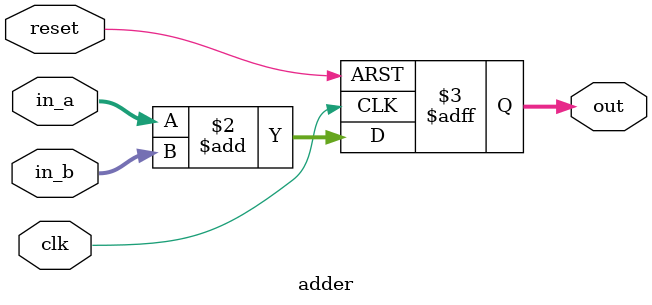
<source format=sv>
module adder(input clk, reset, input [7:0] in_a, in_b, output reg [8:0] out);
    always@(posedge clk or posedge reset) begin 
      if(reset) out <= 0;
      else out <= in_a + in_b;
    end
  endmodule

</source>
